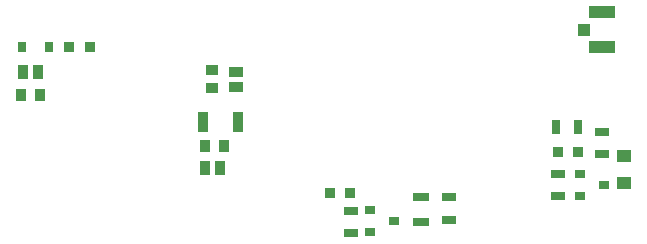
<source format=gtp>
G04*
G04 #@! TF.GenerationSoftware,Altium Limited,Altium Designer,22.2.1 (43)*
G04*
G04 Layer_Color=8421504*
%FSLAX25Y25*%
%MOIN*%
G70*
G04*
G04 #@! TF.SameCoordinates,E15721E2-6A2B-4D62-837A-8D353DC3B16A*
G04*
G04*
G04 #@! TF.FilePolarity,Positive*
G04*
G01*
G75*
%ADD16R,0.03543X0.05118*%
%ADD17R,0.03347X0.03347*%
%ADD18R,0.02756X0.03543*%
%ADD19R,0.03740X0.03937*%
%ADD20R,0.04134X0.03937*%
%ADD21R,0.08661X0.04134*%
%ADD22R,0.03819X0.06811*%
%ADD23R,0.05118X0.03150*%
%ADD24R,0.03543X0.03150*%
%ADD25R,0.05118X0.04331*%
%ADD26R,0.03150X0.05118*%
%ADD27R,0.05700X0.03000*%
%ADD28R,0.05118X0.03543*%
%ADD29R,0.03937X0.03740*%
D16*
X13583Y64173D02*
D03*
X8465D02*
D03*
X74213Y32283D02*
D03*
X69095D02*
D03*
D17*
X24016Y72441D02*
D03*
X30709D02*
D03*
X193602Y37598D02*
D03*
X186909D02*
D03*
X117520Y24016D02*
D03*
X110827D02*
D03*
D18*
X17126Y72441D02*
D03*
X8071D02*
D03*
D19*
X7874Y56693D02*
D03*
X14173D02*
D03*
X69193Y39665D02*
D03*
X75492D02*
D03*
D20*
X195571Y78347D02*
D03*
D21*
X201575Y84153D02*
D03*
Y72539D02*
D03*
D22*
X68583Y47638D02*
D03*
X80236D02*
D03*
D23*
X187008Y22835D02*
D03*
Y30315D02*
D03*
X201378Y44390D02*
D03*
Y36909D02*
D03*
X117717Y10433D02*
D03*
Y17913D02*
D03*
X150492Y15059D02*
D03*
Y22539D02*
D03*
D24*
X202116Y26673D02*
D03*
X194144Y22933D02*
D03*
Y30413D02*
D03*
X132234Y14665D02*
D03*
X124262Y10925D02*
D03*
Y18406D02*
D03*
D25*
X208760Y36417D02*
D03*
Y27362D02*
D03*
D26*
X186221Y45768D02*
D03*
X193701D02*
D03*
D27*
X141240Y22605D02*
D03*
Y14206D02*
D03*
D28*
X79527Y64370D02*
D03*
Y59252D02*
D03*
D29*
X71457Y58760D02*
D03*
Y65059D02*
D03*
M02*

</source>
